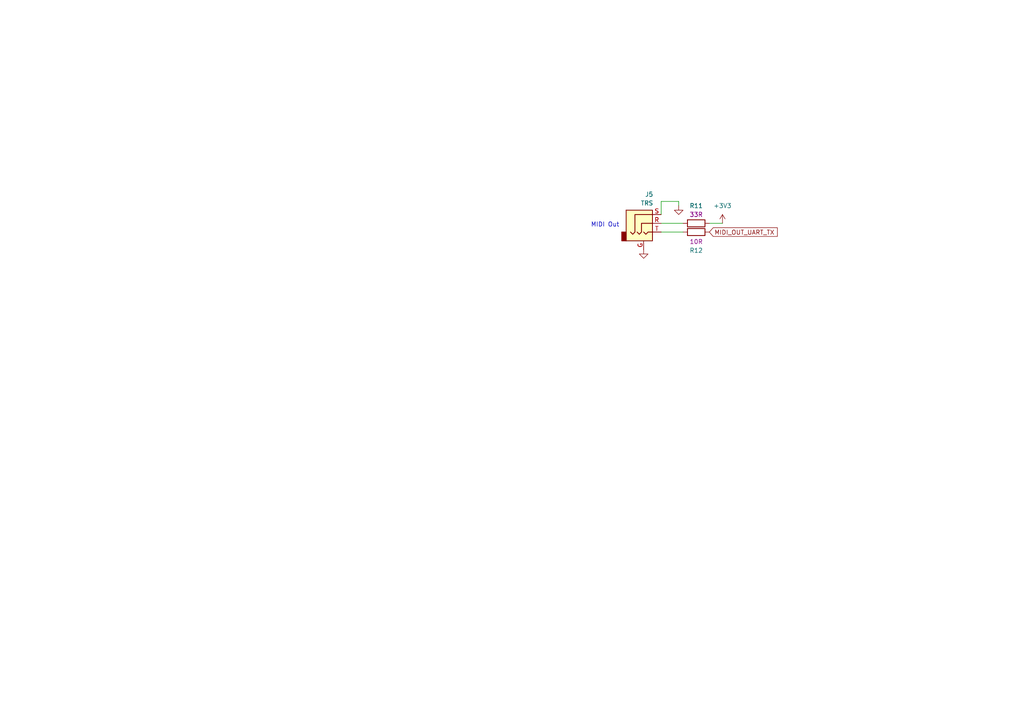
<source format=kicad_sch>
(kicad_sch (version 20250114) (generator "eeschema") (generator_version "9.0")
  (paper "A4")
  (lib_symbols
    (symbol "Audio_Jack_TRS_PJ320D_1"
      (property "Reference" "J5" (at -1.905 8.89 0))
      (property "Value" "TRS" (at -1.905 6.35 0))
      (symbol "Audio_Jack_TRS_PJ320D_1_0_1"
        (rectangle (start -5.08 -2.54) (end -6.35 -5.08) (stroke (width 0.254)) (fill (type outline)))
        (polyline (pts (xy -1.905 -2.54) (xy -1.27 -3.175) (xy -0.635 -2.54) (xy -0.635 0) (xy 2.54 0)) (stroke (width 0.254)))
        (polyline (pts (xy 0 -2.54) (xy 0.635 -3.175) (xy 1.27 -2.54) (xy 2.54 -2.54)) (stroke (width 0.254)))
        (rectangle (start 2.54 3.81) (end -5.08 -5.08) (stroke (width 0.254)) (fill (type background)))
        (polyline (pts (xy 2.54 2.54) (xy -2.54 2.54) (xy -2.54 -2.54) (xy -3.175 -3.175) (xy -3.81 -2.54)) (stroke (width 0.254)))
      )
      (symbol "Audio_Jack_TRS_PJ320D_1_1_1"
        (pin passive line (at 0 -7.62 90) (length 2.54) (name "~") (number "G"))
        (pin passive line (at 5.08 2.54 180) (length 2.54) (name "~") (number "S"))
        (pin passive line (at 5.08 0 180) (length 2.54) (name "~") (number "R"))
        (pin passive line (at 5.08 -2.54 180) (length 2.54) (name "~") (number "T"))
      )
    )
    (symbol "Lichen:10R_0402" (pin_numbers (hide yes)) (pin_names (offset 0))
      (property "Reference" "R12" (at 5.334 0 90))
      (property "Display" "10R" (at 2.794 0 90))
      (symbol "10R_0402_0_1"
        (rectangle (start -1.016 -2.54) (end 1.016 2.54) (stroke (width 0.254)))
      )
      (symbol "10R_0402_1_1"
        (pin passive line (at 0 3.81 270) (length 1.27) (name "~") (number "1"))
        (pin passive line (at 0 -3.81 90) (length 1.27) (name "~") (number "2"))
      )
    )
    (symbol "Lichen:33R_0402" (pin_numbers (hide yes)) (pin_names (offset 0))
      (property "Reference" "R1" (at 6.35 0 90))
      (property "Display" "33R" (at 3.81 0 90))
      (symbol "33R_0402_0_1"
        (rectangle (start -1.016 -2.54) (end 1.016 2.54) (stroke (width 0.254)))
      )
      (symbol "33R_0402_1_1"
        (pin passive line (at 0 3.81 270) (length 1.27) (name "~") (number "1"))
        (pin passive line (at 0 -3.81 90) (length 1.27) (name "~") (number "2"))
      )
    )
    (symbol "power:+3V3" (power) (pin_numbers (hide yes)) (pin_names (offset 0) (hide yes))
      (property "Value" "+3V3" (at 0 3.556 0))
      (symbol "+3V3_0_1"
        (polyline (pts (xy -0.762 1.27) (xy 0 2.54)))
        (polyline (pts (xy 0 2.54) (xy 0.762 1.27)))
        (polyline (pts (xy 0 0) (xy 0 2.54)))
      )
      (symbol "+3V3_1_1"
        (pin power_in line (at 0 0 90) (length 0) (name "~") (number "1"))
      )
    )
    (symbol "power:GND" (power) (pin_numbers (hide yes)) (pin_names (offset 0) (hide yes))
      (property "Value" "GND" (at 0 -3.81 0))
      (symbol "GND_0_1"
        (polyline (pts (xy 0 0) (xy 0 -1.27) (xy 1.27 -1.27) (xy 0 -2.54) (xy -1.27 -1.27) (xy 0 -1.27)))
      )
      (symbol "GND_1_1"
        (pin power_in line (at 0 0 270) (length 0) (name "~") (number "1"))
      )
    )
  )
  (text "MIDI Out" (at 175.514 65.278 0) (effects (font (size 1.27 1.27))))
  (wire (pts (xy 191.77 67.31) (xy 198.12 67.31)))
  (wire (pts (xy 196.85 58.42) (xy 196.85 59.69)))
  (wire (pts (xy 198.12 64.77) (xy 191.77 64.77)))
  (wire (pts (xy 196.85 58.42) (xy 191.77 58.42)))
  (wire (pts (xy 191.77 58.42) (xy 191.77 62.23)))
  (wire (pts (xy 209.55 64.77) (xy 205.74 64.77)))
  (global_label "MIDI_OUT_UART_TX" (shape input) (at 205.74 67.31 0) (property "Intersheetrefs" "${INTERSHEET_REFS}" (effects (hide yes))))
  (symbol (lib_id "power:+3V3") (at 209.55 64.77 0) (unit 1)
    (property "Reference" "#PWR030" (effects (hide yes)))
    (property "Value" "+3V3" (at 209.55 59.69 0))
    (property "Description" "Power symbol creates a global label with name \"+3V3\"" (effects (hide yes)))
  )
  (symbol (lib_name "Audio_Jack_TRS_PJ320D_1") (lib_id "Lichen:Audio_Jack_TRS_PJ320D") (at 186.69 64.77 0) (unit 1)
    (property "Reference" "J5" (at 189.484 56.388 0) (effects (justify right)))
    (property "Value" "TRS" (at 189.484 58.928 0) (effects (justify right)))
    (property "Footprint" "Lichen:Jack_3.5mm_KoreanHropartsElec_PJ-320D-4A_Horizontal_Overhanging" (effects (hide yes)))
    (property "Datasheet" "https://jlcpcb.com/api/file/downloadByFileSystemAccessId/8588894176348291072" (effects (hide yes)))
    (property "Description" "Audio Jack, 3 Poles (Stereo / TRS), Grounded Sleeve" (effects (hide yes)))
    (property "Manufacturer" "Korean Hroparts Elec" (effects (hide yes)))
    (property "Part Number" "PJ-320D-4A" (effects (hide yes)))
    (property "LCSC" "C95562" (effects (hide yes)))
  )
  (symbol (lib_id "power:GND") (at 196.85 59.69 0) (unit 1)
    (property "Reference" "#PWR029" (effects (hide yes)))
    (property "Value" "GND" (effects (hide yes)))
    (property "Description" "Power symbol creates a global label with name \"GND\" , ground" (effects (hide yes)))
  )
  (symbol (lib_id "power:GND") (at 186.69 72.39 0) (unit 1)
    (property "Reference" "#PWR028" (effects (hide yes)))
    (property "Value" "GND" (effects (hide yes)))
    (property "Description" "Power symbol creates a global label with name \"GND\" , ground" (effects (hide yes)))
  )
  (symbol (lib_id "Lichen:10R_0402") (at 201.93 67.31 270) (unit 1)
    (property "Reference" "R12" (at 201.93 72.644 90))
    (property "Value" "10R_0402" (effects (hide yes)))
    (property "Footprint" "Lichen:R_0402_1005Metric" (effects (hide yes)))
    (property "Datasheet" "https://jlcpcb.com/api/file/downloadByFileSystemAccessId/8579705994546499584" (effects (hide yes)))
    (property "Description" "10Ω 50V 62.5mW ±1% 0402" (effects (hide yes)))
    (property "Manufacturer" "UNI-ROYAL(Uniroyal Elec)" (effects (hide yes)))
    (property "Part Number" " 0402WGF100JTCE" (effects (hide yes)))
    (property "Display" "10R" (at 201.93 70.104 90))
    (property "LCSC" "C25077" (effects (hide yes)))
  )
  (symbol (lib_id "Lichen:33R_0402") (at 201.93 64.77 90) (unit 1)
    (property "Reference" "R11" (at 201.93 59.69 90))
    (property "Value" "33R_0402" (effects (hide yes)))
    (property "Footprint" "Lichen:R_0402_1005Metric" (effects (hide yes)))
    (property "Datasheet" "https://jlcpcb.com/api/file/downloadByFileSystemAccessId/8579706024418607104" (effects (hide yes)))
    (property "Description" "33Ω 50V 62.5mW ±1% 0402" (effects (hide yes)))
    (property "Manufacturer" "UNI-ROYAL(Uniroyal Elec)" (effects (hide yes)))
    (property "Part Number" "0402WGF330JTCE" (effects (hide yes)))
    (property "Display" "33R" (at 201.93 62.23 90))
    (property "LCSC" "C25105" (effects (hide yes)))
  )
)
</source>
